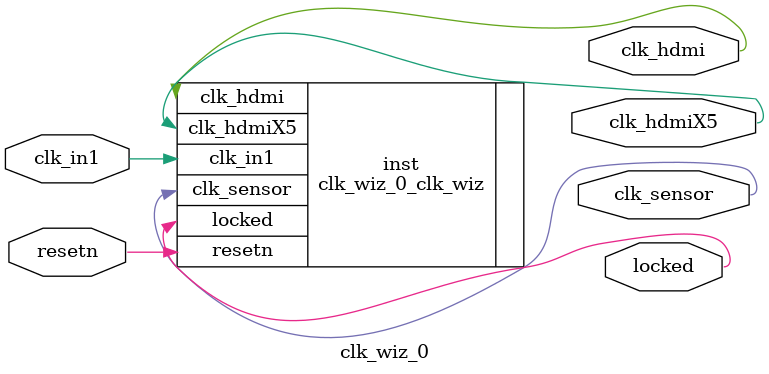
<source format=v>


`timescale 1ps/1ps

(* CORE_GENERATION_INFO = "clk_wiz_0,clk_wiz_v6_0_6_0_0,{component_name=clk_wiz_0,use_phase_alignment=true,use_min_o_jitter=false,use_max_i_jitter=false,use_dyn_phase_shift=false,use_inclk_switchover=false,use_dyn_reconfig=false,enable_axi=0,feedback_source=FDBK_AUTO,PRIMITIVE=MMCM,num_out_clk=3,clkin1_period=10.000,clkin2_period=10.000,use_power_down=false,use_reset=true,use_locked=true,use_inclk_stopped=false,feedback_type=SINGLE,CLOCK_MGR_TYPE=NA,manual_override=false}" *)

module clk_wiz_0 
 (
  // Clock out ports
  output        clk_sensor,
  output        clk_hdmi,
  output        clk_hdmiX5,
  // Status and control signals
  input         resetn,
  output        locked,
 // Clock in ports
  input         clk_in1
 );

  clk_wiz_0_clk_wiz inst
  (
  // Clock out ports  
  .clk_sensor(clk_sensor),
  .clk_hdmi(clk_hdmi),
  .clk_hdmiX5(clk_hdmiX5),
  // Status and control signals               
  .resetn(resetn), 
  .locked(locked),
 // Clock in ports
  .clk_in1(clk_in1)
  );

endmodule

</source>
